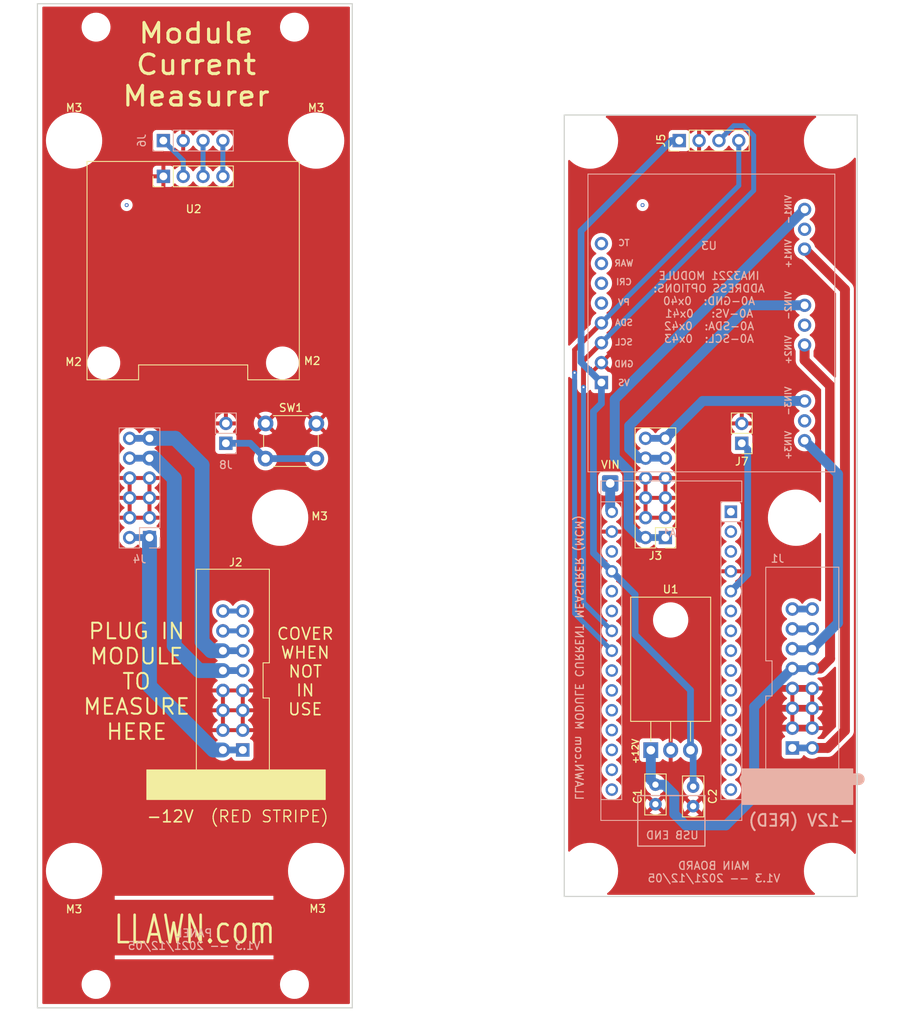
<source format=kicad_pcb>
(kicad_pcb (version 20221018) (generator pcbnew)
  (title_block (title "Current Measurer") (date "2021-11-13") (rev "V1.2") (company "LLAWN.com"))
  (layers (0 "F.Cu" signal "Top") (31 "B.Cu" signal "Bottom") (34 "B.Paste" user) (35 "F.Paste" user) (36 "B.SilkS" user "B.Silkscreen") (37 "F.SilkS" user "F.Silkscreen") (38 "B.Mask" user) (39 "F.Mask" user) (44 "Edge.Cuts" user))
  (net 0 "")
  (net 1 "Net-(A1-Pad16)")
  (net 2 "Net-(A1-Pad15)")
  (net 3 "Net-(A1-Pad30)")
  (net 4 "Net-(A1-Pad14)")
  (net 5 "GND")
  (net 6 "Net-(A1-Pad13)")
  (net 7 "Net-(A1-Pad28)")
  (net 8 "Net-(A1-Pad12)")
  (net 9 "+5V")
  (net 10 "Net-(A1-Pad11)")
  (net 11 "Net-(A1-Pad26)")
  (net 12 "Net-(A1-Pad10)")
  (net 13 "Net-(A1-Pad25)")
  (net 14 "Net-(A1-Pad9)")
  (net 15 "/SCL_PCB1")
  (net 16 "Net-(A1-Pad8)")
  (net 17 "/SDA_PCB1")
  (net 18 "Net-(A1-Pad7)")
  (net 19 "Net-(A1-Pad22)")
  (net 20 "Net-(A1-Pad6)")
  (net 21 "Net-(A1-Pad21)")
  (net 22 "Net-(A1-Pad20)")
  (net 23 "Net-(A1-Pad19)")
  (net 24 "Net-(A1-Pad3)")
  (net 25 "Net-(A1-Pad18)")
  (net 26 "Net-(A1-Pad2)")
  (net 27 "Net-(A1-Pad17)")
  (net 28 "Net-(A1-Pad1)")
  (net 29 "/POS_12_V_IN")
  (net 30 "Net-(J1-Pad15)")
  (net 31 "Net-(J1-Pad13)")
  (net 32 "/POS_5_V_IN")
  (net 33 "/NEG_12_V_IN")
  (net 34 "Net-(J2-Pad15)")
  (net 35 "Net-(J2-Pad13)")
  (net 36 "/POS_5_V_OUT_PCB2")
  (net 37 "/POS_12_V_OUT_PCB2")
  (net 38 "/GND_PCB2")
  (net 39 "/NEG_12_V_OUT_PCB2")
  (net 40 "/POS_5_V_OUT_PCB1")
  (net 41 "/POS_12_V_OUT_PCB1")
  (net 42 "/NEG_12_V_OUT_PCB1")
  (net 43 "/SDA_PCB2")
  (net 44 "/SCL_PCB2")
  (net 45 "/+5V_PCB2")
  (net 46 "Net-(U3-Pad5)")
  (net 47 "Net-(U3-Pad6)")
  (net 48 "Net-(U3-Pad7)")
  (net 49 "Net-(U3-Pad8)")
  (net 50 "/BUTTON_PCB1")
  (net 51 "/BUTTON_PCB2")
  (footprint "jwm_kicad_footprints_misc:IDC-Header_2x08_P2.54mm_Vertical_EurorackPower" (layer "F.Cu") (at 75.82408 130.68808)
    (fp_text reference "J2" (at -0.89408 -24.00808 180) (layer "F.SilkS") (effects (font (thickness 0.16))))
    (fp_text value "Eurorack Power Output")
    (pad "1" thru_hole rect (at 0 0 180) (size 1.7272 1.7272) (drill 1.016) (layers "*.Cu" "*.Mask") (net 39 "/NEG_12_V_OUT_PCB2"))
    (pad "2" thru_hole oval (at -2.54 0 180) (size 1.7272 1.7272) (drill 1.016) (layers "*.Cu" "*.Mask") (net 39 "/NEG_12_V_OUT_PCB2"))
    (pad "3" thru_hole oval (at 0 -2.54 180) (size 1.7272 1.7272) (drill 1.016) (layers "*.Cu" "*.Mask") (net 38 "/GND_PCB2"))
    (pad "4" thru_hole oval (at -2.54 -2.54 180) (size 1.7272 1.7272) (drill 1.016) (layers "*.Cu" "*.Mask") (net 38 "/GND_PCB2"))
    (pad "5" thru_hole oval (at 0 -5.08 180) (size 1.7272 1.7272) (drill 1.016) (layers "*.Cu" "*.Mask") (net 38 "/GND_PCB2"))
    (pad "6" thru_hole oval (at -2.54 -5.08 180) (size 1.7272 1.7272) (drill 1.016) (layers "*.Cu" "*.Mask") (net 38 "/GND_PCB2"))
    (pad "7" thru_hole oval (at 0 -7.62 180) (size 1.7272 1.7272) (drill 1.016) (layers "*.Cu" "*.Mask") (net 38 "/GND_PCB2"))
    (pad "8" thru_hole oval (at -2.54 -7.62 180) (size 1.7272 1.7272) (drill 1.016) (layers "*.Cu" "*.Mask") (net 38 "/GND_PCB2"))
    (pad "9" thru_hole oval (at 0 -10.16 180) (size 1.7272 1.7272) (drill 1.016) (layers "*.Cu" "*.Mask") (net 37 "/POS_12_V_OUT_PCB2"))
    (pad "10" thru_hole oval (at -2.54 -10.16 180) (size 1.7272 1.7272) (drill 1.016) (layers "*.Cu" "*.Mask") (net 37 "/POS_12_V_OUT_PCB2"))
    (pad "11" thru_hole oval (at 0 -12.7 180) (size 1.7272 1.7272) (drill 1.016) (layers "*.Cu" "*.Mask") (net 36 "/POS_5_V_OUT_PCB2"))
    (pad "12" thru_hole oval (at -2.54 -12.7 180) (size 1.7272 1.7272) (drill 1.016) (layers "*.Cu" "*.Mask") (net 36 "/POS_5_V_OUT_PCB2"))
    (pad "13" thru_hole oval (at 0 -15.24 180) (size 1.7272 1.7272) (drill 1.016) (layers "*.Cu" "*.Mask") (net 35 "Net-(J2-Pad13)"))
    (pad "14" thru_hole oval (at -2.54 -15.24 180) (size 1.7272 1.7272) (drill 1.016) (layers "*.Cu" "*.Mask") (net 35 "Net-(J2-Pad13)"))
    (pad "15" thru_hole oval (at 0 -17.78 180) (size 1.7272 1.7272) (drill 1.016) (layers "*.Cu" "*.Mask") (net 34 "Net-(J2-Pad15)"))
    (pad "16" thru_hole oval (at -2.54 -17.78 180) (size 1.7272 1.7272) (drill 1.016) (layers "*.Cu" "*.Mask") (net 34 "Net-(J2-Pad15)"))
  )
  (footprint "jwm_kicad_footprints_misc:SSD1306_I2C_OLED_Module_0.96_inch" (layer "F.Cu") (at 65.66408 57.28208)
    (fp_text reference "U2" (at 3.86842 4.18592 180) (layer "F.SilkS") (effects (font (thickness 0.16))))
    (fp_text value "SSD1306 I2C OLED Module 0.96 inch (128X64)")
    (pad "1" thru_hole rect (at 0 0 90) (size 1.7 1.7) (drill 1) (layers "*.Cu" "*.Mask") (net 38 "/GND_PCB2"))
    (pad "2" thru_hole oval (at 2.54 0 90) (size 1.7 1.7) (drill 1) (layers "*.Cu" "*.Mask") (net 45 "/+5V_PCB2"))
    (pad "3" thru_hole oval (at 5.08 0 90) (size 1.7 1.7) (drill 1) (layers "*.Cu" "*.Mask") (net 44 "/SCL_PCB2"))
    (pad "4" thru_hole oval (at 7.62 0 90) (size 1.7 1.7) (drill 1) (layers "*.Cu" "*.Mask") (net 43 "/SDA_PCB2"))
  )
  (footprint "MountingHole:MountingHole_3.2mm_M3" (layer "F.Cu") (at 80.607 100.965)
    (fp_text reference "M3" (at 5.0545 -0.1905) (layer "F.SilkS") (effects (font (thickness 0.16))))
    (fp_text value "MountingHole_3.2mm_M3")
    (pad "" np_thru_hole circle (at 0 0) (size 3.2 3.2) (drill 3.2) (layers "*.Cu" "*.Mask"))
  )
  (footprint "MountingHole:MountingHole_3.2mm_M3" (layer "F.Cu") (at 54.229 146.177)
    (fp_text reference "M3" (at 0 4.8895) (layer "F.SilkS") (effects (font (thickness 0.16))))
    (fp_text value "MountingHole_3.2mm_M3")
    (pad "" np_thru_hole circle (at 0 0) (size 3.2 3.2) (drill 3.2) (layers "*.Cu" "*.Mask"))
  )
  (footprint "MountingHole:MountingHole_3.2mm_M3" (layer "F.Cu") (at 85.217 146.177)
    (fp_text reference "M3" (at 0.1905 4.826) (layer "F.SilkS") (effects (font (thickness 0.16))))
    (fp_text value "MountingHole_3.2mm_M3")
    (pad "" np_thru_hole circle (at 0 0) (size 3.2 3.2) (drill 3.2) (layers "*.Cu" "*.Mask"))
  )
  (footprint "MountingHole:MountingHole_3.2mm_M3" (layer "F.Cu") (at 54.229 52.705)
    (fp_text reference "M3" (at 0 -4.2) (layer "F.SilkS") (effects (font (thickness 0.16))))
    (fp_text value "MountingHole_3.2mm_M3")
    (pad "" np_thru_hole circle (at 0 0) (size 3.2 3.2) (drill 3.2) (layers "*.Cu" "*.Mask"))
  )
  (footprint "MountingHole:MountingHole_3.2mm_M3" (layer "F.Cu") (at 85.217 52.705)
    (fp_text reference "M3" (at 0 -4.2) (layer "F.SilkS") (effects (font (thickness 0.16))))
    (fp_text value "MountingHole_3.2mm_M3")
    (pad "" np_thru_hole circle (at 0 0) (size 3.2 3.2) (drill 3.2) (layers "*.Cu" "*.Mask"))
  )
  (footprint "MountingHole:MountingHole_3.2mm_M3" (layer "F.Cu") (at 57.04016 38.18916)
    (fp_text reference "M3" hide)
    (fp_text value "MountingHole_3.2mm_M3")
    (pad "" np_thru_hole circle (at 0 0) (size 3.2 3.2) (drill 3.2) (layers "*.Cu" "*.Mask"))
  )
  (footprint "MountingHole:MountingHole_3.2mm_M3" (layer "F.Cu") (at 82.44016 38.18916)
    (fp_text reference "M3" hide)
    (fp_text value "MountingHole_3.2mm_M3")
    (pad "" np_thru_hole circle (at 0 0) (size 3.2 3.2) (drill 3.2) (layers "*.Cu" "*.Mask"))
  )
  (footprint "MountingHole:MountingHole_3.2mm_M3" (layer "F.Cu") (at 57.04016 160.68916)
    (fp_text reference "M3" hide)
    (fp_text value "MountingHole_3.2mm_M3")
    (pad "" np_thru_hole circle (at 0 0) (size 3.2 3.2) (drill 3.2) (layers "*.Cu" "*.Mask"))
  )
  (footprint "MountingHole:MountingHole_3.2mm_M3" (layer "F.Cu") (at 82.44016 160.68916)
    (fp_text reference "M3" hide)
    (fp_text value "MountingHole_3.2mm_M3")
    (pad "" np_thru_hole circle (at 0 0) (size 3.2 3.2) (drill 3.2) (layers "*.Cu" "*.Mask"))
  )
  (footprint "Button_Switch_THT:SW_PUSH_6mm" (layer "F.Cu") (at 78.74 88.9)
    (fp_text reference "SW1" (at 3.25 -2) (layer "F.SilkS") (effects (font (thickness 0.16))))
    (fp_text value "SW_Push")
    (pad "1" thru_hole circle (at 0 0 90) (size 2 2) (drill 1.1) (layers "*.Cu" "*.Mask") (net 38 "/GND_PCB2"))
    (pad "1" thru_hole circle (at 6.5 0 90) (size 2 2) (drill 1.1) (layers "*.Cu" "*.Mask") (net 38 "/GND_PCB2"))
    (pad "2" thru_hole circle (at 0 4.5 90) (size 2 2) (drill 1.1) (layers "*.Cu" "*.Mask") (net 51 "/BUTTON_PCB2"))
    (pad "2" thru_hole circle (at 6.5 4.5 90) (size 2 2) (drill 1.1) (layers "*.Cu" "*.Mask") (net 51 "/BUTTON_PCB2"))
  )
  (footprint "MountingHole:MountingHole_2.2mm_M2" (layer "F.Cu") (at 80.899 81.153)
    (fp_text reference "M2" (at 3.81 -0.254) (layer "F.SilkS") (effects (font (thickness 0.16))))
    (fp_text value "MountingHole_2.2mm_M2")
    (pad "" np_thru_hole circle (at 0 0) (size 2.2 2.2) (drill 2.2) (layers "*.Cu" "*.Mask"))
  )
  (footprint "MountingHole:MountingHole_2.2mm_M2" (layer "F.Cu") (at 58.039 81.153)
    (fp_text reference "M2" (at -3.8735 -0.127) (layer "F.SilkS") (effects (font (thickness 0.16))))
    (fp_text value "MountingHole_2.2mm_M2")
    (pad "" np_thru_hole circle (at 0 0) (size 2.2 2.2) (drill 2.2) (layers "*.Cu" "*.Mask"))
  )
  (footprint "Connector_Wire:SolderWire-0.5sqmm_1x01_D0.9mm_OD2.1mm" (layer "F.Cu") (at 122.8598 96.5708)
    (fp_text reference "J9" hide)
    (fp_text value "VIN")
    (pad "1" thru_hole roundrect (at 0 0) (size 2.1 2.1) (drill 1.1) (layers "*.Cu" "*.Mask") (roundrect_rratio 0.119048) (net 3 "Net-(A1-Pad30)"))
  )
  (footprint "Capacitor_THT:C_Disc_D5.0mm_W2.5mm_P2.50mm" (layer "F.Cu") (at 133.477 135.382 -90)
    (fp_text reference "C2" (at 1.25 -2.5 90) (layer "F.SilkS") (effects (font (thickness 0.16))))
    (fp_text value "100nF")
    (pad "1" thru_hole circle (at 0 0 270) (size 1.6 1.6) (drill 0.8) (layers "*.Cu" "*.Mask") (net 9 "+5V"))
    (pad "2" thru_hole circle (at 2.5 0 270) (size 1.6 1.6) (drill 0.8) (layers "*.Cu" "*.Mask") (net 5 "GND"))
  )
  (footprint "Connector_PinHeader_2.54mm:PinHeader_2x06_P2.54mm_Vertical" (layer "F.Cu") (at 129.921 103.505 180)
    (fp_text reference "J3" (at 1.27 -2.33) (layer "F.SilkS") (effects (font (thickness 0.16))))
    (fp_text value "Back_Conn_2")
    (pad "1" thru_hole rect (at 0 0 180) (size 1.7 1.7) (drill 1) (layers "*.Cu" "*.Mask") (net 42 "/NEG_12_V_OUT_PCB1"))
    (pad "2" thru_hole oval (at 2.54 0 180) (size 1.7 1.7) (drill 1) (layers "*.Cu" "*.Mask") (net 42 "/NEG_12_V_OUT_PCB1"))
    (pad "3" thru_hole oval (at 0 2.54 180) (size 1.7 1.7) (drill 1) (layers "*.Cu" "*.Mask") (net 5 "GND"))
    (pad "4" thru_hole oval (at 2.54 2.54 180) (size 1.7 1.7) (drill 1) (layers "*.Cu" "*.Mask") (net 5 "GND"))
    (pad "5" thru_hole oval (at 0 5.08 180) (size 1.7 1.7) (drill 1) (layers "*.Cu" "*.Mask") (net 5 "GND"))
    (pad "6" thru_hole oval (at 2.54 5.08 180) (size 1.7 1.7) (drill 1) (layers "*.Cu" "*.Mask") (net 5 "GND"))
    (pad "7" thru_hole oval (at 0 7.62 180) (size 1.7 1.7) (drill 1) (layers "*.Cu" "*.Mask") (net 5 "GND"))
    (pad "8" thru_hole oval (at 2.54 7.62 180) (size 1.7 1.7) (drill 1) (layers "*.Cu" "*.Mask") (net 5 "GND"))
    (pad "9" thru_hole oval (at 0 10.16 180) (size 1.7 1.7) (drill 1) (layers "*.Cu" "*.Mask") (net 41 "/POS_12_V_OUT_PCB1"))
    (pad "10" thru_hole oval (at 2.54 10.16 180) (size 1.7 1.7) (drill 1) (layers "*.Cu" "*.Mask") (net 41 "/POS_12_V_OUT_PCB1"))
    (pad "11" thru_hole oval (at 0 12.7 180) (size 1.7 1.7) (drill 1) (layers "*.Cu" "*.Mask") (net 40 "/POS_5_V_OUT_PCB1"))
    (pad "12" thru_hole oval (at 2.54 12.7 180) (size 1.7 1.7) (drill 1) (layers "*.Cu" "*.Mask") (net 40 "/POS_5_V_OUT_PCB1"))
  )
  (footprint "Connector_PinHeader_2.54mm:PinHeader_1x04_P2.54mm_Vertical" (layer "F.Cu") (at 131.699 52.705 90)
    (fp_text reference "J5" (at 0 -2.33 90) (layer "F.SilkS") (effects (font (thickness 0.16))))
    (fp_text value "Back_Conn_3")
    (pad "1" thru_hole rect (at 0 0 90) (size 1.7 1.7) (drill 1) (layers "*.Cu" "*.Mask") (net 9 "+5V"))
    (pad "2" thru_hole oval (at 0 2.54 90) (size 1.7 1.7) (drill 1) (layers "*.Cu" "*.Mask") (net 5 "GND"))
    (pad "3" thru_hole oval (at 0 5.08 90) (size 1.7 1.7) (drill 1) (layers "*.Cu" "*.Mask") (net 15 "/SCL_PCB1"))
    (pad "4" thru_hole oval (at 0 7.62 90) (size 1.7 1.7) (drill 1) (layers "*.Cu" "*.Mask") (net 17 "/SDA_PCB1"))
  )
  (footprint "Package_TO_SOT_THT:TO-220-3_Horizontal_TabDown" (layer "F.Cu") (at 128.057 130.712)
    (fp_text reference "U1" (at 2.54 -20.58) (layer "F.SilkS") (effects (font (thickness 0.16))))
    (fp_text value "L7805")
    (pad "" np_thru_hole oval (at 2.54 -16.66) (size 3.5 3.5) (drill 3.5) (layers "*.Cu" "*.Mask"))
    (pad "1" thru_hole rect (at 0 0) (size 1.905 2) (drill 1.1) (layers "*.Cu" "*.Mask") (net 29 "/POS_12_V_IN"))
    (pad "2" thru_hole oval (at 2.54 0) (size 1.905 2) (drill 1.1) (layers "*.Cu" "*.Mask") (net 5 "GND"))
    (pad "3" thru_hole oval (at 5.08 0) (size 1.905 2) (drill 1.1) (layers "*.Cu" "*.Mask") (net 9 "+5V"))
  )
  (footprint "MountingHole:MountingHole_3.2mm_M3" (layer "F.Cu") (at 146.647 100.965)
    (fp_text reference "REF**" hide)
    (fp_text value "MountingHole_3.2mm_M3")
    (pad "" np_thru_hole circle (at 0 0) (size 3.2 3.2) (drill 3.2) (layers "*.Cu" "*.Mask"))
  )
  (footprint "Connector_PinHeader_2.54mm:PinHeader_1x02_P2.54mm_Vertical" (layer "F.Cu") (at 139.7 91.44 180)
    (fp_text reference "J7" (at 0 -2.33) (layer "F.SilkS") (effects (font (thickness 0.16))))
    (fp_text value "Back_Conn_1")
    (pad "1" thru_hole rect (at 0 0 180) (size 1.7 1.7) (drill 1) (layers "*.Cu" "*.Mask") (net 50 "/BUTTON_PCB1"))
    (pad "2" thru_hole oval (at 0 2.54 180) (size 1.7 1.7) (drill 1) (layers "*.Cu" "*.Mask") (net 5 "GND"))
  )
  (footprint "Capacitor_THT:C_Disc_D5.0mm_W2.5mm_P2.50mm" (layer "F.Cu") (at 128.651 135.128 -90)
    (fp_text reference "C1" (at 1.4986 2.286 90) (layer "F.SilkS") (effects (font (thickness 0.16))))
    (fp_text value "330nF")
    (pad "1" thru_hole circle (at 0 0 270) (size 1.6 1.6) (drill 0.8) (layers "*.Cu" "*.Mask") (net 29 "/POS_12_V_IN"))
    (pad "2" thru_hole circle (at 2.5 0 270) (size 1.6 1.6) (drill 0.8) (layers "*.Cu" "*.Mask") (net 5 "GND"))
  )
  (footprint "MountingHole:MountingHole_3.2mm_M3" (layer "F.Cu") (at 151.257 52.705)
    (fp_text reference "REF**" hide)
    (fp_text value "MountingHole_3.2mm_M3")
    (pad "" np_thru_hole circle (at 0 0) (size 3.2 3.2) (drill 3.2) (layers "*.Cu" "*.Mask"))
  )
  (footprint "MountingHole:MountingHole_3.2mm_M3" (layer "F.Cu") (at 120.269 52.705)
    (fp_text reference "REF**" hide)
    (fp_text value "MountingHole_3.2mm_M3")
    (pad "" np_thru_hole circle (at 0 0) (size 3.2 3.2) (drill 3.2) (layers "*.Cu" "*.Mask"))
  )
  (footprint "MountingHole:MountingHole_3.2mm_M3" (layer "F.Cu") (at 151.257 146.177)
    (fp_text reference "REF**" hide)
    (fp_text value "MountingHole_3.2mm_M3")
    (pad "" np_thru_hole circle (at 0 0) (size 3.2 3.2) (drill 3.2) (layers "*.Cu" "*.Mask"))
  )
  (footprint "MountingHole:MountingHole_3.2mm_M3" (layer "F.Cu") (at 120.269 146.177)
    (fp_text reference "REF**" hide)
    (fp_text value "MountingHole_3.2mm_M3")
    (pad "" np_thru_hole circle (at 0 0) (size 3.2 3.2) (drill 3.2) (layers "*.Cu" "*.Mask"))
  )
  (footprint "Connector_PinSocket_2.54mm:PinSocket_2x06_P2.54mm_Vertical" (layer "B.Cu") (at 63.881 103.505)
    (fp_text reference "J4" (at -1.27 2.77) (layer "B.SilkS") (effects (font (thickness 0.16)) (justify mirror)))
    (fp_text value "Front_Conn_2")
    (pad "1" thru_hole rect (at 0 0) (size 1.7 1.7) (drill 1) (layers "*.Cu" "*.Mask") (net 39 "/NEG_12_V_OUT_PCB2"))
    (pad "2" thru_hole oval (at -2.54 0) (size 1.7 1.7) (drill 1) (layers "*.Cu" "*.Mask") (net 39 "/NEG_12_V_OUT_PCB2"))
    (pad "3" thru_hole oval (at 0 -2.54) (size 1.7 1.7) (drill 1) (layers "*.Cu" "*.Mask") (net 38 "/GND_PCB2"))
    (pad "4" thru_hole oval (at -2.54 -2.54) (size 1.7 1.7) (drill 1) (layers "*.Cu" "*.Mask") (net 38 "/GND_PCB2"))
    (pad "5" thru_hole oval (at 0 -5.08) (size 1.7 1.7) (drill 1) (layers "*.Cu" "*.Mask") (net 38 "/GND_PCB2"))
    (pad "6" thru_hole oval (at -2.54 -5.08) (size 1.7 1.7) (drill 1) (layers "*.Cu" "*.Mask") (net 38 "/GND_PCB2"))
    (pad "7" thru_hole oval (at 0 -7.62) (size 1.7 1.7) (drill 1) (layers "*.Cu" "*.Mask") (net 38 "/GND_PCB2"))
    (pad "8" thru_hole oval (at -2.54 -7.62) (size 1.7 1.7) (drill 1) (layers "*.Cu" "*.Mask") (net 38 "/GND_PCB2"))
    (pad "9" thru_hole oval (at 0 -10.16) (size 1.7 1.7) (drill 1) (layers "*.Cu" "*.Mask") (net 37 "/POS_12_V_OUT_PCB2"))
    (pad "10" thru_hole oval (at -2.54 -10.16) (size 1.7 1.7) (drill 1) (layers "*.Cu" "*.Mask") (net 37 "/POS_12_V_OUT_PCB2"))
    (pad "11" thru_hole oval (at 0 -12.7) (size 1.7 1.7) (drill 1) (layers "*.Cu" "*.Mask") (net 36 "/POS_5_V_OUT_PCB2"))
    (pad "12" thru_hole oval (at -2.54 -12.7) (size 1.7 1.7) (drill 1) (layers "*.Cu" "*.Mask") (net 36 "/POS_5_V_OUT_PCB2"))
  )
  (footprint "Connector_PinSocket_2.54mm:PinSocket_1x04_P2.54mm_Vertical" (layer "B.Cu") (at 65.659 52.705 -90)
    (fp_text reference "J6" (at 0 2.77 270) (layer "B.SilkS") (effects (justify mirror)))
    (fp_text value "Front_Conn_3")
    (pad "1" thru_hole rect (at 0 0 270) (size 1.7 1.7) (drill 1) (layers "*.Cu" "*.Mask") (net 45 "/+5V_PCB2"))
    (pad "2" thru_hole oval (at 0 -2.54 270) (size 1.7 1.7) (drill 1) (layers "*.Cu" "*.Mask") (net 38 "/GND_PCB2"))
    (pad "3" thru_hole oval (at 0 -5.08 270) (size 1.7 1.7) (drill 1) (layers "*.Cu" "*.Mask") (net 44 "/SCL_PCB2"))
    (pad "4" thru_hole oval (at 0 -7.62 270) (size 1.7 1.7) (drill 1) (layers "*.Cu" "*.Mask") (net 43 "/SDA_PCB2"))
  )
  (footprint "Connector_PinSocket_2.54mm:PinSocket_1x02_P2.54mm_Vertical" (layer "B.Cu") (at 73.66 91.44)
    (fp_text reference "J8" (at 0 2.77) (layer "B.SilkS") (effects (font (thickness 0.16)) (justify mirror)))
    (fp_text value "Front_Conn_1")
    (pad "1" thru_hole rect (at 0 0) (size 1.7 1.7) (drill 1) (layers "*.Cu" "*.Mask") (net 51 "/BUTTON_PCB2"))
    (pad "2" thru_hole oval (at 0 -2.54) (size 1.7 1.7) (drill 1) (layers "*.Cu" "*.Mask") (net 38 "/GND_PCB2"))
  )
  (footprint "jwm_kicad_footprints_misc:IDC-Header_2x08_P2.54mm_Vertical_EurorackPower" (layer "B.Cu") (at 146.177 130.429 180)
    (fp_text reference "J1" (at 1.905 24.2316 180) (layer "B.SilkS") (effects (font (thickness 0.16)) (justify mirror)))
    (fp_text value "Eurorack Power Input")
    (fp_text user "-12V (RED)" (at -1.143 -9.271) (layer "B.SilkS") (effects (font (size 1.5 1.5) (thickness 0.25)) (justify mirror)))
    (pad "1" thru_hole rect (at 0 0) (size 1.7272 1.7272) (drill 1.016) (layers "*.Cu" "*.Mask") (net 33 "/NEG_12_V_IN"))
    (pad "2" thru_hole oval (at -2.54 0) (size 1.7272 1.7272) (drill 1.016) (layers "*.Cu" "*.Mask") (net 33 "/NEG_12_V_IN"))
    (pad "3" thru_hole oval (at 0 2.54) (size 1.7272 1.7272) (drill 1.016) (layers "*.Cu" "*.Mask") (net 5 "GND"))
    (pad "4" thru_hole oval (at -2.54 2.54) (size 1.7272 1.7272) (drill 1.016) (layers "*.Cu" "*.Mask") (net 5 "GND"))
    (pad "5" thru_hole oval (at 0 5.08) (size 1.7272 1.7272) (drill 1.016) (layers "*.Cu" "*.Mask") (net 5 "GND"))
    (pad "6" thru_hole oval (at -2.54 5.08) (size 1.7272 1.7272) (drill 1.016) (layers "*.Cu" "*.Mask") (net 5 "GND"))
    (pad "7" thru_hole oval (at 0 7.62) (size 1.7272 1.7272) (drill 1.016) (layers "*.Cu" "*.Mask") (net 5 "GND"))
    (pad "8" thru_hole oval (at -2.54 7.62) (size 1.7272 1.7272) (drill 1.016) (layers "*.Cu" "*.Mask") (net 5 "GND"))
    (pad "9" thru_hole oval (at 0 10.16) (size 1.7272 1.7272) (drill 1.016) (layers "*.Cu" "*.Mask") (net 29 "/POS_12_V_IN"))
    (pad "10" thru_hole oval (at -2.54 10.16) (size 1.7272 1.7272) (drill 1.016) (layers "*.Cu" "*.Mask") (net 29 "/POS_12_V_IN"))
    (pad "11" thru_hole oval (at 0 12.7) (size 1.7272 1.7272) (drill 1.016) (layers "*.Cu" "*.Mask") (net 32 "/POS_5_V_IN"))
    (pad "12" thru_hole oval (at -2.54 12.7) (size 1.7272 1.7272) (drill 1.016) (layers "*.Cu" "*.Mask") (net 32 "/POS_5_V_IN"))
    (pad "13" thru_hole oval (at 0 15.24) (size 1.7272 1.7272) (drill 1.016) (layers "*.Cu" "*.Mask") (net 31 "Net-(J1-Pad13)"))
    (pad "14" thru_hole oval (at -2.54 15.24) (size 1.7272 1.7272) (drill 1.016) (layers "*.Cu" "*.Mask") (net 31 "Net-(J1-Pad13)"))
    (pad "15" thru_hole oval (at 0 17.78) (size 1.7272 1.7272) (drill 1.016) (layers "*.Cu" "*.Mask") (net 30 "Net-(J1-Pad15)"))
    (pad "16" thru_hole oval (at -2.54 17.78) (size 1.7272 1.7272) (drill 1.016) (layers "*.Cu" "*.Mask") (net 30 "Net-(J1-Pad15)"))
  )
  (footprint "jwm_kicad_footprints_misc:Arduino_Nano_WithMFHeadersAnd3DModel" (layer "B.Cu") (at 138.303 100.203 180)
    (fp_text reference "A1" (at 7.8994 -2.7178) (layer "B.SilkS") (effects (font (thickness 0.16)) (justify mirror)))
    (fp_text value "Arduino_Nano_v3.x")
    (pad "1" thru_hole rect (at 0 0 180) (size 1.6 1.6) (drill 1) (layers "*.Cu" "*.Mask") (net 28 "Net-(A1-Pad1)"))
    (pad "2" thru_hole oval (at 0 -2.54 180) (size 1.6 1.6) (drill 1) (layers "*.Cu" "*.Mask") (net 26 "Net-(A1-Pad2)"))
    (pad "3" thru_hole oval (at 0 -5.08 180) (size 1.6 1.6) (drill 1) (layers "*.Cu" "*.Mask") (net 24 "Net-(A1-Pad3)"))
    (pad "4" thru_hole oval (at 0 -7.62 180) (size 1.6 1.6) (drill 1) (layers "*.Cu" "*.Mask") (net 5 "GND"))
    (pad "5" thru_hole oval (at 0 -10.16 180) (size 1.6 1.6) (drill 1) (layers "*.Cu" "*.Mask") (net 50 "/BUTTON_PCB1"))
    (pad "6" thru_hole oval (at 0 -12.7 180) (size 1.6 1.6) (drill 1) (layers "*.Cu" "*.Mask") (net 20 "Net-(A1-Pad6)"))
    (pad "7" thru_hole oval (at 0 -15.24 180) (size 1.6 1.6) (drill 1) (layers "*.Cu" "*.Mask") (net 18 "Net-(A1-Pad7)"))
    (pad "8" thru_hole oval (at 0 -17.78 180) (size 1.6 1.6) (drill 1) (layers "*.Cu" "*.Mask") (net 16 "Net-(A1-Pad8)"))
    (pad "9" thru_hole oval (at 0 -20.32 180) (size 1.6 1.6) (drill 1) (layers "*.Cu" "*.Mask") (net 14 "Net-(A1-Pad9)"))
    (pad "10" thru_hole oval (at 0 -22.86 180) (size 1.6 1.6) (drill 1) (layers "*.Cu" "*.Mask") (net 12 "Net-(A1-Pad10)"))
    (pad "11" thru_hole oval (at 0 -25.4 180) (size 1.6 1.6) (drill 1) (layers "*.Cu" "*.Mask") (net 10 "Net-(A1-Pad11)"))
    (pad "12" thru_hole oval (at 0 -27.94 180) (size 1.6 1.6) (drill 1) (layers "*.Cu" "*.Mask") (net 8 "Net-(A1-Pad12)"))
    (pad "13" thru_hole oval (at 0 -30.48 180) (size 1.6 1.6) (drill 1) (layers "*.Cu" "*.Mask") (net 6 "Net-(A1-Pad13)"))
    (pad "14" thru_hole oval (at 0 -33.02 180) (size 1.6 1.6) (drill 1) (layers "*.Cu" "*.Mask") (net 4 "Net-(A1-Pad14)"))
    (pad "15" thru_hole oval (at 0 -35.56 180) (size 1.6 1.6) (drill 1) (layers "*.Cu" "*.Mask") (net 2 "Net-(A1-Pad15)"))
    (pad "16" thru_hole oval (at 15.24 -35.56 180) (size 1.6 1.6) (drill 1) (layers "*.Cu" "*.Mask") (net 1 "Net-(A1-Pad16)"))
    (pad "17" thru_hole oval (at 15.24 -33.02 180) (size 1.6 1.6) (drill 1) (layers "*.Cu" "*.Mask") (net 27 "Net-(A1-Pad17)"))
    (pad "18" thru_hole oval (at 15.24 -30.48 180) (size 1.6 1.6) (drill 1) (layers "*.Cu" "*.Mask") (net 25 "Net-(A1-Pad18)"))
    (pad "19" thru_hole oval (at 15.24 -27.94 180) (size 1.6 1.6) (drill 1) (layers "*.Cu" "*.Mask") (net 23 "Net-(A1-Pad19)"))
    (pad "20" thru_hole oval (at 15.24 -25.4 180) (size 1.6 1.6) (drill 1) (layers "*.Cu" "*.Mask") (net 22 "Net-(A1-Pad20)"))
    (pad "21" thru_hole oval (at 15.24 -22.86 180) (size 1.6 1.6) (drill 1) (layers "*.Cu" "*.Mask") (net 21 "Net-(A1-Pad21)"))
    (pad "22" thru_hole oval (at 15.24 -20.32 180) (size 1.6 1.6) (drill 1) (layers "*.Cu" "*.Mask") (net 19 "Net-(A1-Pad22)"))
    (pad "23" thru_hole oval (at 15.24 -17.78 180) (size 1.6 1.6) (drill 1) (layers "*.Cu" "*.Mask") (net 17 "/SDA_PCB1"))
    (pad "24" thru_hole oval (at 15.24 -15.24 180) (size 1.6 1.6) (drill 1) (layers "*.Cu" "*.Mask") (net 15 "/SCL_PCB1"))
    (pad "25" thru_hole oval (at 15.24 -12.7 180) (size 1.6 1.6) (drill 1) (layers "*.Cu" "*.Mask") (net 13 "Net-(A1-Pad25)"))
    (pad "26" thru_hole oval (at 15.24 -10.16 180) (size 1.6 1.6) (drill 1) (layers "*.Cu" "*.Mask") (net 11 "Net-(A1-Pad26)"))
    (pad "27" thru_hole oval (at 15.24 -7.62 180) (size 1.6 1.6) (drill 1) (layers "*.Cu" "*.Mask") (net 9 "+5V"))
    (pad "28" thru_hole oval (at 15.24 -5.08 180) (size 1.6 1.6) (drill 1) (layers "*.Cu" "*.Mask") (net 7 "Net-(A1-Pad28)"))
    (pad "29" thru_hole oval (at 15.24 -2.54 180) (size 1.6 1.6) (drill 1) (layers "*.Cu" "*.Mask") (net 5 "GND"))
    (pad "30" thru_hole oval (at 15.24 0 180) (size 1.6 1.6) (drill 1) (layers "*.Cu" "*.Mask") (net 3 "Net-(A1-Pad30)"))
  )
  (footprint "jwm_kicad_footprints_misc:INA3221_Module_P2.54mm_NoVPU_NoExtraGnds" (layer "B.Cu") (at 121.793 83.693 -90)
    (fp_text reference "U3" (at -17.526 -13.716) (layer "B.SilkS") (effects (font (thickness 0.16)) (justify mirror)))
    (fp_text value "INA3221_Module_NoVPU")
    (fp_text user "SCL" (at -5.2 -2.82 180) (layer "B.SilkS") (effects (font (size 0.8 0.8) (thickness 0.16)) (justify mirror)))
    (fp_text user "VIN1+" (at -16.5 -23.855 90) (layer "B.SilkS") (effects (font (size 0.8 0.8) (thickness 0.16)) (justify mirror)))
    (fp_text user "VIN2-" (at -9.9106 -23.855 90) (layer "B.SilkS") (effects (font (size 0.8 0.8) (thickness 0.16)) (justify mirror)))
    (fp_text user "VIN2+" (at -4.2 -23.855 90) (layer "B.SilkS") (effects (font (size 0.8 0.8) (thickness 0.16)) (justify mirror)))
    (fp_text user "VIN3-" (at 2.3322 -23.855 90) (layer "B.SilkS") (effects (font (size 0.8 0.8) (thickness 0.16)) (justify mirror)))
    (fp_text user "WAR" (at -15.3 -2.82) (layer "B.SilkS") (effects (font (size 0.8 0.8) (thickness 0.16)) (justify mirror)))
    (fp_text user "PV" (at -10.3 -2.82 180) (layer "B.SilkS") (effects (font (size 0.8 0.8) (thickness 0.16)) (justify mirror)))
    (fp_text user "VIN1-" (at -22.1788 -23.855 90) (layer "B.SilkS") (effects (font (size 0.8 0.8) (thickness 0.16)) (justify mirror)))
    (fp_text user "VS" (at 0 -2.82) (layer "B.SilkS") (effects (font (size 0.8 0.8) (thickness 0.16)) (justify mirror)))
    (fp_text user "TC" (at -17.9 -2.82) (layer "B.SilkS") (effects (font (size 0.8 0.8) (thickness 0.16)) (justify mirror)))
    (fp_text user "SDA" (at -7.7 -2.82 180) (layer "B.SilkS") (effects (font (size 0.8 0.8) (thickness 0.16)) (justify mirror)))
    (fp_text user "GND" (at -2.4 -2.82) (layer "B.SilkS") (effects (font (size 0.8 0.8) (thickness 0.16)) (justify mirror)))
    (fp_text user "VIN3+" (at 8 -23.855 90) (layer "B.SilkS") (effects (font (size 0.8 0.8) (thickness 0.16)) (justify mirror)))
    (fp_text user "CRI" (at -12.9 -2.82) (layer "B.SilkS") (effects (font (size 0.8 0.8) (thickness 0.16)) (justify mirror)))
    (pad "" thru_hole circle (at -19.6388 -25.9496 90) (size 1.7 1.7) (drill 1) (layers "*.Cu" "*.Mask"))
    (pad "" thru_hole circle (at -7.3706 -25.9496 90) (size 1.7 1.7) (drill 1) (layers "*.Cu" "*.Mask"))
    (pad "" thru_hole circle (at 4.8722 -25.9496 90) (size 1.7 1.7) (drill 1) (layers "*.Cu" "*.Mask"))
    (pad "1" thru_hole rect (at -0.03 0.06 90) (size 1.7 1.7) (drill 1) (layers "*.Cu" "*.Mask") (net 9 "+5V"))
    (pad "2" thru_hole circle (at -2.57 0.06 90) (size 1.7 1.7) (drill 1) (layers "*.Cu" "*.Mask") (net 5 "GND"))
    (pad "3" thru_hole circle (at -5.11 0.06 90) (size 1.7 1.7) (drill 1) (layers "*.Cu" "*.Mask") (net 15 "/SCL_PCB1"))
    (pad "4" thru_hole circle (at -7.65 0.06 90) (size 1.7 1.7) (drill 1) (layers "*.Cu" "*.Mask") (net 17 "/SDA_PCB1"))
    (pad "5" thru_hole circle (at -10.19 0.06 90) (size 1.7 1.7) (drill 1) (layers "*.Cu" "*.Mask") (net 46 "Net-(U3-Pad5)"))
    (pad "6" thru_hole circle (at -12.73 0.06 90) (size 1.7 1.7) (drill 1) (layers "*.Cu" "*.Mask") (net 47 "Net-(U3-Pad6)"))
    (pad "7" thru_hole circle (at -15.27 0.06 90) (size 1.7 1.7) (drill 1) (layers "*.Cu" "*.Mask") (net 48 "Net-(U3-Pad7)"))
    (pad "8" thru_hole circle (at -17.81 0.06 90) (size 1.7 1.7) (drill 1) (layers "*.Cu" "*.Mask") (net 49 "Net-(U3-Pad8)"))
    (pad "9" thru_hole circle (at -22.1788 -25.9496 90) (size 1.7 1.7) (drill 1) (layers "*.Cu" "*.Mask") (net 42 "/NEG_12_V_OUT_PCB1"))
    (pad "10" thru_hole circle (at -17.0988 -25.9496 90) (size 1.7 1.7) (drill 1) (layers "*.Cu" "*.Mask") (net 33 "/NEG_12_V_IN"))
    (pad "11" thru_hole circle (at -9.9106 -25.9496 90) (size 1.7 1.7) (drill 1) (layers "*.Cu" "*.Mask") (net 41 "/POS_12_V_OUT_PCB1"))
    (pad "12" thru_hole circle (at -4.8306 -25.9496 90) (size 1.7 1.7) (drill 1) (layers "*.Cu" "*.Mask") (net 29 "/POS_12_V_IN"))
    (pad "13" thru_hole circle (at 2.3322 -25.9496 90) (size 1.7 1.7) (drill 1) (layers "*.Cu" "*.Mask") (net 40 "/POS_5_V_OUT_PCB1"))
    (pad "14" thru_hole circle (at 7.4122 -25.9496 90) (size 1.7 1.7) (drill 1) (layers "*.Cu" "*.Mask") (net 32 "/POS_5_V_IN"))
  )
  (gr_poly (pts (xy 153.924 137.668) (xy 139.7 137.668) (xy 139.7 133.096) (xy 153.924 133.096)) (stroke (width 0.1)) (fill solid) (layer "B.SilkS"))
  (gr_line (start 126.389308 136.525) (end 126.389308 142.98765) (stroke (width 0.16)) (layer "B.SilkS"))
  (gr_line (start 134.987172 142.98765) (end 126.389308 142.98765) (stroke (width 0.16)) (layer "B.SilkS"))
  (gr_line (start 134.987172 142.98765) (end 134.987172 136.525) (stroke (width 0.16)) (layer "B.SilkS"))
  (gr_line (start 134.987172 136.525) (end 126.389308 136.525) (stroke (width 0.16)) (layer "B.SilkS"))
  (gr_poly (pts (xy 86.39302 137.03554) (xy 63.53302 137.03554) (xy 63.53302 133.22554) (xy 86.39302 133.22554)) (stroke (width 0.1)) (fill solid) (layer "F.SilkS"))
  (gr_line (start 49.54016 35.18916) (end 49.54016 163.68916) (stroke (width 0.15)) (layer "Edge.Cuts"))
  (gr_line (start 49.54016 35.18916) (end 89.84016 35.18916) (stroke (width 0.15)) (layer "Edge.Cuts"))
  (gr_line (start 49.54016 163.68916) (end 89.84016 163.68916) (stroke (width 0.15)) (layer "Edge.Cuts"))
  (gr_line (start 89.84016 35.18916) (end 89.84016 163.68916) (stroke (width 0.15)) (layer "Edge.Cuts"))
  (gr_line (start 116.975 49.431) (end 116.975 149.431) (stroke (width 0.15)) (layer "Edge.Cuts"))
  (gr_line (start 116.975 149.431) (end 154.475 149.431) (stroke (width 0.15)) (layer "Edge.Cuts"))
  (gr_line (start 154.475 149.431) (end 154.475 49.431) (stroke (width 0.15)) (layer "Edge.Cuts"))
  (gr_line (start 154.475 49.431) (end 116.975 49.431) (stroke (width 0.15)) (layer "Edge.Cuts"))
  (gr_text "PANEL\nV1.3 -- 2021/12/05" (at 69.596 154.94) (layer "B.SilkS") (effects (font (size 1 1) (thickness 0.16)) (justify mirror)))
  (gr_text "INA3221 MODULE\nADDRESS OPTIONS:\nA0-GND:  0x40\nA0-VS:   0x41\nA0-SDA:  0x42\nA0-SCL:  0x43" (at 135.509 74.041) (layer "B.SilkS") (effects (font (size 1 1) (thickness 0.16)) (justify mirror)))
  (gr_text "LLAWN.com MODULE CURRENT MEASURER (MCM)" (at 118.872 118.872 -90) (layer "B.SilkS") (effects (font (size 1 1) (thickness 0.16)) (justify mirror)))
  (gr_text "MAIN BOARD\nV1.3 -- 2021/12/05" (at 136.144 146.304) (layer "B.SilkS") (effects (font (size 1 1) (thickness 0.16)) (justify mirror)))
  (gr_text "USB END" (at 130.81 141.605) (layer "B.SilkS") (effects (font (size 1 1) (thickness 0.16)) (justify mirror)))
  (gr_text "LLAWN.com" (at 69.6595 153.67) (layer "F.SilkS") (effects (font (size 3.5 2.5) (thickness 0.3302))))
  (gr_text "+12V" (at 126.0856 130.8608 90) (layer "F.SilkS") (effects (font (size 0.8 0.8) (thickness 0.16))))
  (gr_text "COVER\nWHEN\nNOT\nIN\nUSE" (at 83.82 120.65) (layer "F.SilkS") (effects (font (size 1.5 1.5) (thickness 0.2))))
  (gr_text "(RED STRIPE)" (at 79.248 139.192) (layer "F.SilkS") (effects (font (size 1.5 1.5) (thickness 0.16))))
  (gr_text "-12V" (at 66.548 139.192) (layer "F.SilkS") (effects (font (size 1.5 1.5) (thickness 0.2))))
  (gr_text "PLUG IN\nMODULE\nTO\nMEASURE\nHERE" (at 62.23 121.92) (layer "F.SilkS") (effects (font (size 2 2) (thickness 0.25))))
  (gr_text "VIN" (at 122.8852 94.1832) (layer "F.SilkS") (effects (font (size 1 1) (thickness 0.16))))
  (gr_text "Module\nCurrent\nMeasurer" (at 69.85 42.9895) (layer "F.SilkS") (effects (font (size 2.5 2.8) (thickness 0.4))))
  (via (at 127 60.96) (size 0.508) (drill 0.254) (layers "F.Cu" "B.Cu") (net 0))
  (via (at 60.96 60.96) (size 0.508) (drill 0.254) (layers "F.Cu" "B.Cu") (net 0))
  (segment (start 122.8598 96.5708) (end 122.8598 99.9998) (width 1.27) (layer "B.Cu") (net 3))
  (segment (start 122.8598 99.9998) (end 123.063 100.203) (width 1.27) (layer "B.Cu") (net 3))
  (segment (start 148.717 125.349) (end 143.764 125.349) (width 0.8636) (layer "F.Cu") (net 5))
  (segment (start 148.717 127.889) (end 144.399 127.889) (width 0.8636) (layer "F.Cu") (net 5))
  (segment (start 148.717 122.809) (end 144.399 122.809) (width 0.8636) (layer "F.Cu") (net 5))
  (segment (start 133.137 123.0405) (end 126.0475 115.951) (width 0.8636) (layer "B.Cu") (net 9))
  (segment (start 126.0475 110.8075) (end 123.063 107.823) (width 0.8636) (layer "B.Cu") (net 9))
  (segment (start 126.0475 115.951) (end 126.0475 110.8075) (width 0.8636) (layer "B.Cu") (net 9))
  (segment (start 120.7135 87.376) (end 121.733 86.3565) (width 0.8636) (layer "B.Cu") (net 9))
  (segment (start 133.477 131.052) (end 133.137 130.712) (width 0.8636) (layer "B.Cu") (net 9))
  (segment (start 133.137 130.712) (end 133.137 123.0405) (width 0.8636) (layer "B.Cu") (net 9))
  (segment (start 133.477 135.382) (end 133.477 131.052) (width 0.8636) (layer "B.Cu") (net 9))
  (segment (start 119.126 64.262) (end 119.126 81.056) (width 0.8636) (layer "B.Cu") (net 9))
  (segment (start 123.063 107.823) (end 120.7135 105.4735) (width 0.8636) (layer "B.Cu") (net 9))
  (segment (start 121.733 86.3565) (end 121.733 83.663) (width 0.8636) (layer "B.Cu") (net 9))
  (segment (start 120.7135 105.4735) (end 120.7135 87.376) (width 0.8636) (layer "B.Cu") (net 9))
  (segment (start 131.699 52.705) (end 130.683 52.705) (width 0.8636) (layer "B.Cu") (net 9))
  (segment (start 119.126 81.056) (end 121.733 83.663) (width 0.8636) (layer "B.Cu") (net 9))
  (segment (start 130.683 52.705) (end 119.126 64.262) (width 0.8636) (layer "B.Cu") (net 9))
  (segment (start 121.733 78.583) (end 119.4435 80.8725) (width 0.635) (layer "F.Cu") (net 15))
  (segment (start 119.4435 80.8725) (end 119.4435 84.2645) (width 0.635) (layer "F.Cu") (net 15))
  (via (at 119.4435 84.2645) (size 0.508) (drill 0.254) (layers "F.Cu" "B.Cu") (net 15))
  (segment (start 141.224 52.07) (end 141.224 59.092) (width 0.635) (layer "B.Cu") (net 15))
  (segment (start 141.224 59.092) (end 121.733 78.583) (width 0.635) (layer "B.Cu") (net 15))
  (segment (start 139.954 50.8) (end 141.224 52.07) (width 0.635) (layer "B.Cu") (net 15))
  (segment (start 136.779 52.705) (end 138.684 50.8) (width 0.635) (layer "B.Cu") (net 15))
  (segment (start 138.684 50.8) (end 139.954 50.8) (width 0.635) (layer "B.Cu") (net 15))
  (segment (start 119.4435 111.8235) (end 123.063 115.443) (width 0.635) (layer "B.Cu") (net 15))
  (segment (start 119.4435 111.8235) (end 119.4435 84.2645) (width 0.635) (layer "B.Cu") (net 15))
  (segment (start 121.733 76.043) (end 118.3005 79.4755) (width 0.635) (layer "F.Cu") (net 17))
  (segment (start 118.3005 82.423) (end 118.3005 79.4755) (width 0.635) (layer "F.Cu") (net 17))
  (via (at 118.3005 82.423) (size 0.508) (drill 0.254) (layers "F.Cu" "B.Cu") (net 17))
  (segment (start 139.319 52.705) (end 139.319 58.457) (width 0.635) (layer "B.Cu") (net 17))
  (segment (start 139.319 58.457) (end 121.733 76.043) (width 0.635) (layer "B.Cu") (net 17))
  (segment (start 118.3005 113.2205) (end 123.063 117.983) (width 0.635) (layer "B.Cu") (net 17))
  (segment (start 118.3005 113.2205) (end 118.3005 82.423) (width 0.635) (layer "B.Cu") (net 17))
  (segment (start 148.717 120.269) (end 149.733 120.269) (width 1.27) (layer "F.Cu") (net 29))
  (segment (start 151.003 118.999) (end 151.003 84.074) (width 1.27) (layer "F.Cu") (net 29))
  (segment (start 149.733 120.269) (end 151.003 118.999) (width 1.27) (layer "F.Cu") (net 29))
  (segment (start 151.003 84.074) (end 147.7426 80.8136) (width 1.27) (layer "F.Cu") (net 29))
  (segment (start 147.7426 80.8136) (end 147.7426 78.8624) (width 1.27) (layer "F.Cu") (net 29))
  (segment (start 146.177 120.269) (end 141.2875 125.1585) (width 1.27) (layer "B.Cu") (net 29))
  (segment (start 131.064 138.8745) (end 131.064 136.398) (width 1.27) (layer "B.Cu") (net 29))
  (segment (start 132.5245 140.335) (end 131.064 138.8745) (width 1.27) (layer "B.Cu") (net 29))
  (segment (start 141.2875 136.7155) (end 137.668 140.335) (width 1.27) (layer "B.Cu") (net 29))
  (segment (start 137.668 140.335) (end 132.5245 140.335) (width 1.27) (layer "B.Cu") (net 29))
  (segment (start 131.064 136.398) (end 129.794 135.128) (width 1.27) (layer "B.Cu") (net 29))
  (segment (start 141.2875 125.1585) (end 141.2875 136.7155) (width 1.27) (layer "B.Cu") (net 29))
  (segment (start 129.794 135.128) (end 128.651 135.128) (width 1.27) (layer "B.Cu") (net 29))
  (segment (start 128.057 130.712) (end 128.057 134.534) (width 1.27) (layer "B.Cu") (net 29))
  (segment (start 128.057 134.534) (end 128.651 135.128) (width 1.27) (layer "B.Cu") (net 29))
  (segment (start 148.717 120.269) (end 146.177 120.269) (width 0.8636) (layer "B.Cu") (net 29))
  (segment (start 148.717 112.649) (end 146.177 112.649) (width 0.8636) (layer "B.Cu") (net 30))
  (segment (start 148.717 115.189) (end 146.177 115.189) (width 0.8636) (layer "B.Cu") (net 31))
  (segment (start 148.717 117.729) (end 152.019 114.427) (width 1.27) (layer "B.Cu") (net 32))
  (segment (start 152.019 114.427) (end 152.019 95.3816) (width 1.27) (layer "B.Cu") (net 32))
  (segment (start 152.019 95.3816) (end 147.7426 91.1052) (width 1.27) (layer "B.Cu") (net 32))
  (segment (start 148.717 117.729) (end 146.177 117.729) (width 0.8636) (layer "B.Cu") (net 32))
  (segment (start 150.6855 130.429) (end 148.717 130.429) (width 1.27) (layer "F.Cu") (net 33))
  (segment (start 147.7426 66.5942) (end 152.908 71.7596) (width 1.27) (layer "F.Cu") (net 33))
  (segment (start 152.908 71.7596) (end 152.908 128.2065) (width 1.27) (layer "F.Cu") (net 33))
  (segment (start 152.908 128.2065) (end 150.6855 130.429) (width 1.27) (layer "F.Cu") (net 33))
  (segment (start 146.177 130.429) (end 148.717 130.429) (width 0.8636) (layer "B.Cu") (net 33))
  (segment (start 73.28408 112.90808) (end 75.82408 112.90808) (width 0.635) (layer "B.Cu") (net 34))
  (segment (start 73.28408 115.44808) (end 75.82408 115.44808) (width 0.635) (layer "B.Cu") (net 35))
  (segment (start 73.28408 117.98808) (end 75.82408 117.98808) (width 0.8636) (layer "B.Cu") (net 36))
  (segment (start 63.881 90.805) (end 61.341 90.805) (width 0.8636) (layer "B.Cu") (net 36))
  (segment (start 73.28408 117.98808) (end 71.76008 117.98808) (width 1.905) (layer "B.Cu") (net 36))
  (segment (start 70.612 94.234) (end 67.183 90.805) (width 1.905) (layer "B.Cu") (net 36))
  (segment (start 70.612 116.84) (end 70.612 94.234) (width 1.905) (layer "B.Cu") (net 36))
  (segment (start 67.183 90.805) (end 63.881 90.805) (width 1.905) (layer "B.Cu") (net 36))
  (segment (start 71.76008 117.98808) (end 70.612 116.84) (width 1.905) (layer "B.Cu") (net 36))
  (segment (start 73.28408 120.52808) (end 70.23608 120.52808) (width 1.905) (layer "B.Cu") (net 37))
  (segment (start 67.056 95.948298) (end 64.452702 93.345) (width 1.905) (layer "B.Cu") (net 37))
  (segment (start 70.23608 120.52808) (end 67.056 117.348) (width 1.905) (layer "B.Cu") (net 37))
  (segment (start 67.056 117.348) (end 67.056 95.948298) (width 1.905) (layer "B.Cu") (net 37))
  (segment (start 64.452702 93.345) (end 63.881 93.345) (width 1.905) (layer "B.Cu") (net 37))
  (segment (start 73.28408 120.52808) (end 75.82408 120.52808) (width 0.8636) (layer "B.Cu") (net 37))
  (segment (start 61.341 93.345) (end 63.881 93.345) (width 0.8636) (layer "B.Cu") (net 37))
  (segment (start 72.062766 130.68808) (end 63.881 122.506314) (width 1.905) (layer "B.Cu") (net 39))
  (segment (start 63.881 122.506314) (end 63.881 103.505) (width 1.905) (layer "B.Cu") (net 39))
  (segment (start 63.881 103.505) (end 61.341 103.505) (width 0.8636) (layer "B.Cu") (net 39))
  (segment (start 73.28408 130.68808) (end 75.82408 130.68808) (width 0.8636) (layer "B.Cu") (net 39))
  (segment (start 73.28408 130.68808) (end 72.062766 130.68808) (width 1.905) (layer "B.Cu") (net 39))
  (segment (start 147.7426 86.0252) (end 134.7008 86.0252) (width 1.27) (layer "B.Cu") (net 40))
  (segment (start 129.921 90.805) (end 127.381 90.805) (width 0.8636) (layer "B.Cu") (net 40))
  (segment (start 134.7008 86.0252) (end 129.921 90.805) (width 1.27) (layer "B.Cu") (net 40))
  (segment (start 140.7206 73.7824) (end 125.2855 89.2175) (width 1.27) (layer "B.Cu") (net 41))
  (segment (start 125.2855 89.2175) (end 125.2855 92.1385) (width 1.27) (layer "B.Cu") (net 41))
  (segment (start 129.921 93.345) (end 127.381 93.345) (width 0.8636) (layer "B.Cu") (net 41))
  (segment (start 147.7426 73.7824) (end 140.7206 73.7824) (width 1.27) (layer "B.Cu") (net 41))
  (segment (start 125.2855 92.1385) (end 126.492 93.345) (width 1.27) (layer "B.Cu") (net 41))
  (segment (start 126.492 93.345) (end 127.381 93.345) (width 1.27) (layer "B.Cu") (net 41))
  (segment (start 125.222 94.996) (end 123.444 93.218) (width 1.27) (layer "B.Cu") (net 42))
  (segment (start 123.444 93.218) (end 123.444 85.8128) (width 1.27) (layer "B.Cu") (net 42))
  (segment (start 127.381 103.505) (end 129.921 103.505) (width 0.8636) (layer "B.Cu") (net 42))
  (segment (start 123.444 85.8128) (end 124.321189 84.935611) (width 1.27) (layer "B.Cu") (net 42))
  (segment (start 127.381 103.505) (end 126.6825 103.505) (width 1.27) (layer "B.Cu") (net 42))
  (segment (start 147.7426 61.5142) (end 124.321189 84.935611) (width 1.27) (layer "B.Cu") (net 42))
  (segment (start 126.6825 103.505) (end 125.222 102.0445) (width 1.27) (layer "B.Cu") (net 42))
  (segment (start 125.222 102.0445) (end 125.222 94.996) (width 1.27) (layer "B.Cu") (net 42))
  (segment (start 73.279 57.277) (end 73.28408 57.28208) (width 0.635) (layer "B.Cu") (net 43))
  (segment (start 73.279 52.705) (end 73.279 57.277) (width 0.635) (layer "B.Cu") (net 43))
  (segment (start 70.739 57.277) (end 70.74408 57.28208) (width 0.635) (layer "B.Cu") (net 44))
  (segment (start 70.739 52.705) (end 70.739 57.277) (width 0.635) (layer "B.Cu") (net 44))
  (segment (start 68.20408 57.28208) (end 68.20408 55.25008) (width 0.635) (layer "B.Cu") (net 45))
  (segment (start 68.20408 55.25008) (end 65.659 52.705) (width 0.635) (layer "B.Cu") (net 45))
  (segment (start 138.303 110.363) (end 140.462 108.204) (width 0.8636) (layer "B.Cu") (net 50))
  (segment (start 140.462 92.202) (end 139.7 91.44) (width 0.8636) (layer "B.Cu") (net 50))
  (segment (start 140.462 108.204) (end 140.462 92.202) (width 0.8636) (layer "B.Cu") (net 50))
  (segment (start 76.78 91.44) (end 78.74 93.4) (width 0.8636) (layer "B.Cu") (net 51))
  (segment (start 73.66 91.44) (end 76.78 91.44) (width 0.8636) (layer "B.Cu") (net 51))
  (segment (start 85.24 93.4) (end 78.74 93.4) (width 0.8636) (layer "B.Cu") (net 51))
  (zone (net 0) (net_name "") (layer "F.Cu") (connect_pads (clearance 0)) (min_thickness 0.254)
    (keepout (tracks not_allowed) (vias not_allowed) (pads allowed) (copperpour not_allowed) (footprints allowed))
    (fill (thermal_gap 0.508) (thermal_bridge_width 0.508))
    (polygon (pts (xy 79.747394 149.86) (xy 59.427394 149.86) (xy 59.427394 149.352) (xy 79.747394 149.352)))
  )
  (zone (net 5) (net_name "GND") (layer "F.Cu") (connect_pads (clearance 0.508)) (min_thickness 0.254) (fill yes (thermal_gap 0.508) (thermal_bridge_width 0.508))
    (polygon (pts (xy 154.305 149.225) (xy 117.475 149.225) (xy 117.475 49.53) (xy 154.305 49.53)))
  )
  (zone (net 38) (net_name "/GND_PCB2") (layer "F.Cu") (connect_pads (clearance 0.508)) (min_thickness 0.254) (fill yes (thermal_gap 0.508) (thermal_bridge_width 0.508))
    (polygon (pts (xy 89.535 163.195) (xy 50.165 163.195) (xy 50.165 35.56) (xy 89.535 35.56)))
  )
  (zone (net 0) (net_name "") (layer "F.Cu") (connect_pads (clearance 0)) (min_thickness 0.254)
    (keepout (tracks not_allowed) (vias not_allowed) (pads allowed) (copperpour not_allowed) (footprints allowed))
    (fill (thermal_gap 0.508) (thermal_bridge_width 0.508))
    (polygon (pts (xy 79.756 157.48) (xy 59.436 157.48) (xy 59.436 156.972) (xy 79.756 156.972)))
  )
)
</source>
